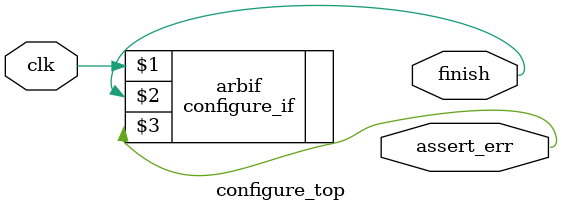
<source format=sv>
`timescale 1ps/1ps

module  configure_top(
    input   clk ,
	output		finish	,
	output		assert_err
) ;

configure_if  arbif(clk ,finish ,assert_err) ;

tb_configure_sva  sva_inst(arbif.ASSERTION);

tb_configure_axi4_lite  tb_configure_inst(arbif.TB_UNIT_SI);
configure  inst(
	arbif.clk,							
	arbif.rst_n,							
	arbif.ctrl_s_axi_awaddr,					
	arbif.ctrl_s_axi_awvalid,							
	arbif.ctrl_s_axi_awready,				
	arbif.ctrl_s_axi_wdata,					
	arbif.ctrl_s_axi_wstrb,				
	arbif.ctrl_s_axi_wvalid,							
	arbif.ctrl_s_axi_wready,						
	arbif.ctrl_s_axi_bresp,				
	arbif.ctrl_s_axi_bvalid,						
	arbif.ctrl_s_axi_bready,						
	arbif.ctrl_s_axi_araddr,					
	arbif.ctrl_s_axi_arvalid,							
	arbif.ctrl_s_axi_arready,							
	arbif.ctrl_s_axi_rdata,					
	arbif.ctrl_s_axi_rresp,				
	arbif.ctrl_s_axi_rvalid,							
	arbif.ctrl_s_axi_rready,							
	arbif.udt_state ,				
	arbif.state_valid,								
	arbif.state_ready,								
	arbif.Req_Connect ,							
	arbif.Res_Connect ,								
	arbif.Req_Close	,						
	arbif.Res_Close	,								
	arbif.Peer_Req_Close ,						
	arbif.Peer_Res_Close ,
	arbif.user_valid	,							
	arbif.user_ready	,							
	arbif.Snd_Buffer_Size ,					
	arbif.Rev_Buffer_Size	,					
	arbif.FlightFlagSize ,					
	arbif.MSSize	,							
	arbif.INIT_SEQ						
);

endmodule




</source>
